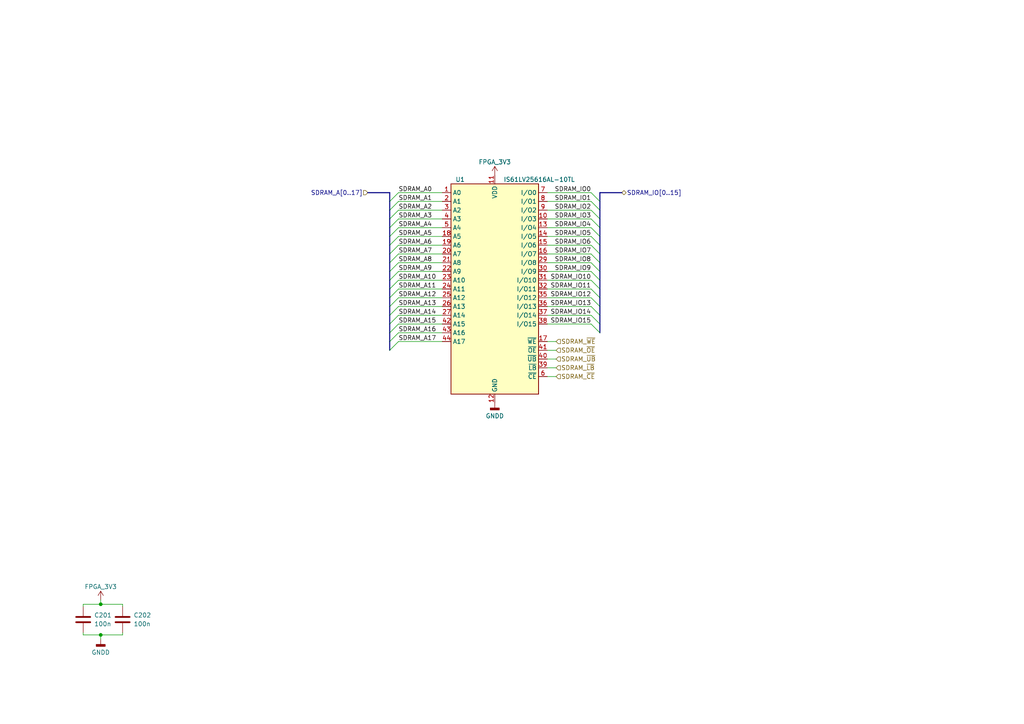
<source format=kicad_sch>
(kicad_sch (version 20230121) (generator eeschema)
  (paper "A4")
  (lib_symbols
    (symbol "Device:C" (pin_numbers hide) (pin_names (offset 0.254))
      (property "Reference" "C" (at 0.635 2.54 0))
      (property "Value" "C" (at 0.635 -2.54 0))
      (symbol "C_0_1"
        (polyline (pts (xy -2.032 -0.762) (xy 2.032 -0.762)) (stroke (width 0.508)))
        (polyline (pts (xy -2.032 0.762) (xy 2.032 0.762)) (stroke (width 0.508)))
      )
      (symbol "C_1_1"
        (pin passive line (at 0 3.81 270) (length 2.794) (name "~") (number "1"))
        (pin passive line (at 0 -3.81 90) (length 2.794) (name "~") (number "2"))
      )
    )
    (symbol "ETH1CFGEN1:FGPA_3V3" (power) (pin_names (offset 0))
      (property "Value" "FPGA_3V3" (at 0 3.556 0))
      (symbol "FGPA_3V3_0_1"
        (polyline (pts (xy -0.762 1.27) (xy 0 2.54)))
        (polyline (pts (xy 0 0) (xy 0 2.54)))
        (polyline (pts (xy 0 2.54) (xy 0.762 1.27)))
      )
      (symbol "FGPA_3V3_1_1"
        (pin power_in line (at 0 0 90) (length 0) hide (name "FPGA_3V3") (number "1"))
      )
    )
    (symbol "ETH1CFGEN1:IS61LV25616AL-10TL"
      (property "Reference" "U" (at -10.16 31.75 0))
      (property "Value" "IS61LV25616AL-10TL" (at 12.7 31.75 0))
      (symbol "IS61LV25616AL-10TL_0_1"
        (rectangle (start -12.7 30.48) (end 12.7 -30.48) (stroke (width 0.254)) (fill (type background)))
      )
      (symbol "IS61LV25616AL-10TL_1_1"
        (pin input line (at -15.24 27.94 0) (length 2.54) (name "A0") (number "1"))
        (pin bidirectional line (at 15.24 20.32 180) (length 2.54) (name "I/O3") (number "10"))
        (pin power_in line (at 0 33.02 270) (length 2.54) (name "VDD") (number "11"))
        (pin power_in line (at 0 -33.02 90) (length 2.54) (name "GND") (number "12"))
        (pin bidirectional line (at 15.24 17.78 180) (length 2.54) (name "I/O4") (number "13"))
        (pin bidirectional line (at 15.24 15.24 180) (length 2.54) (name "I/O5") (number "14"))
        (pin bidirectional line (at 15.24 12.7 180) (length 2.54) (name "I/O6") (number "15"))
        (pin bidirectional line (at 15.24 10.16 180) (length 2.54) (name "I/O7") (number "16"))
        (pin input line (at 15.24 -15.24 180) (length 2.54) (name "~{WE}") (number "17"))
        (pin input line (at -15.24 15.24 0) (length 2.54) (name "A5") (number "18"))
        (pin input line (at -15.24 12.7 0) (length 2.54) (name "A6") (number "19"))
        (pin input line (at -15.24 25.4 0) (length 2.54) (name "A1") (number "2"))
        (pin input line (at -15.24 10.16 0) (length 2.54) (name "A7") (number "20"))
        (pin input line (at -15.24 7.62 0) (length 2.54) (name "A8") (number "21"))
        (pin input line (at -15.24 5.08 0) (length 2.54) (name "A9") (number "22"))
        (pin input line (at -15.24 2.54 0) (length 2.54) (name "A10") (number "23"))
        (pin input line (at -15.24 0 0) (length 2.54) (name "A11") (number "24"))
        (pin input line (at -15.24 -2.54 0) (length 2.54) (name "A12") (number "25"))
        (pin input line (at -15.24 -5.08 0) (length 2.54) (name "A13") (number "26"))
        (pin input line (at -15.24 -7.62 0) (length 2.54) (name "A14") (number "27"))
        (pin no_connect line (at -12.7 -25.4 0) (length 2.54) hide (name "NC") (number "28"))
        (pin bidirectional line (at 15.24 7.62 180) (length 2.54) (name "I/O8") (number "29"))
        (pin input line (at -15.24 22.86 0) (length 2.54) (name "A2") (number "3"))
        (pin bidirectional line (at 15.24 5.08 180) (length 2.54) (name "I/O9") (number "30"))
        (pin bidirectional line (at 15.24 2.54 180) (length 2.54) (name "I/O10") (number "31"))
        (pin bidirectional line (at 15.24 0 180) (length 2.54) (name "I/O11") (number "32"))
        (pin passive line (at 0 33.02 270) (length 2.54) hide (name "VDD") (number "33"))
        (pin passive line (at 0 -33.02 90) (length 2.54) hide (name "GND") (number "34"))
        (pin bidirectional line (at 15.24 -2.54 180) (length 2.54) (name "I/O12") (number "35"))
        (pin bidirectional line (at 15.24 -5.08 180) (length 2.54) (name "I/O13") (number "36"))
        (pin bidirectional line (at 15.24 -7.62 180) (length 2.54) (name "I/O14") (number "37"))
        (pin bidirectional line (at 15.24 -10.16 180) (length 2.54) (name "I/O15") (number "38"))
        (pin input line (at 15.24 -22.86 180) (length 2.54) (name "~{LB}") (number "39"))
        (pin input line (at -15.24 20.32 0) (length 2.54) (name "A3") (number "4"))
        (pin input line (at 15.24 -20.32 180) (length 2.54) (name "~{UB}") (number "40"))
        (pin input line (at 15.24 -17.78 180) (length 2.54) (name "~{OE}") (number "41"))
        (pin input line (at -15.24 -10.16 0) (length 2.54) (name "A15") (number "42"))
        (pin input line (at -15.24 -12.7 0) (length 2.54) (name "A16") (number "43"))
        (pin input line (at -15.24 -15.24 0) (length 2.54) (name "A17") (number "44"))
        (pin input line (at -15.24 17.78 0) (length 2.54) (name "A4") (number "5"))
        (pin input line (at 15.24 -25.4 180) (length 2.54) (name "~{CE}") (number "6"))
        (pin bidirectional line (at 15.24 27.94 180) (length 2.54) (name "I/O0") (number "7"))
        (pin bidirectional line (at 15.24 25.4 180) (length 2.54) (name "I/O1") (number "8"))
        (pin bidirectional line (at 15.24 22.86 180) (length 2.54) (name "I/O2") (number "9"))
      )
    )
    (symbol "power:GNDD" (power) (pin_names (offset 0))
      (property "Value" "GNDD" (at 0 -3.175 0))
      (symbol "GNDD_0_1"
        (rectangle (start -1.27 -1.524) (end 1.27 -2.032) (stroke (width 0.254)) (fill (type outline)))
        (polyline (pts (xy 0 0) (xy 0 -1.524)))
      )
      (symbol "GNDD_1_1"
        (pin power_in line (at 0 0 270) (length 0) hide (name "GNDD") (number "1"))
      )
    )
  )
  (junction (at 29.21 184.15))
  (junction (at 29.21 175.26))
  (bus_entry (at 173.99 83.82) (size -2.54 -2.54))
  (bus_entry (at 113.03 78.74) (size 2.54 -2.54))
  (bus_entry (at 113.03 73.66) (size 2.54 -2.54))
  (bus_entry (at 173.99 88.9) (size -2.54 -2.54))
  (bus_entry (at 113.03 66.04) (size 2.54 -2.54))
  (bus_entry (at 113.03 63.5) (size 2.54 -2.54))
  (bus_entry (at 173.99 86.36) (size -2.54 -2.54))
  (bus_entry (at 173.99 91.44) (size -2.54 -2.54))
  (bus_entry (at 171.45 93.98) (size 2.54 2.54))
  (bus_entry (at 173.99 68.58) (size -2.54 -2.54))
  (bus_entry (at 173.99 71.12) (size -2.54 -2.54))
  (bus_entry (at 173.99 58.42) (size -2.54 -2.54))
  (bus_entry (at 173.99 60.96) (size -2.54 -2.54))
  (bus_entry (at 113.03 58.42) (size 2.54 -2.54))
  (bus_entry (at 173.99 73.66) (size -2.54 -2.54))
  (bus_entry (at 173.99 93.98) (size -2.54 -2.54))
  (bus_entry (at 113.03 99.06) (size 2.54 -2.54))
  (bus_entry (at 173.99 81.28) (size -2.54 -2.54))
  (bus_entry (at 173.99 78.74) (size -2.54 -2.54))
  (bus_entry (at 113.03 83.82) (size 2.54 -2.54))
  (bus_entry (at 173.99 66.04) (size -2.54 -2.54))
  (bus_entry (at 173.99 76.2) (size -2.54 -2.54))
  (bus_entry (at 113.03 86.36) (size 2.54 -2.54))
  (bus_entry (at 113.03 96.52) (size 2.54 -2.54))
  (bus_entry (at 113.03 68.58) (size 2.54 -2.54))
  (bus_entry (at 113.03 101.6) (size 2.54 -2.54))
  (bus_entry (at 113.03 81.28) (size 2.54 -2.54))
  (bus_entry (at 113.03 71.12) (size 2.54 -2.54))
  (bus_entry (at 113.03 76.2) (size 2.54 -2.54))
  (bus_entry (at 113.03 91.44) (size 2.54 -2.54))
  (bus_entry (at 113.03 88.9) (size 2.54 -2.54))
  (bus_entry (at 113.03 60.96) (size 2.54 -2.54))
  (bus_entry (at 173.99 63.5) (size -2.54 -2.54))
  (bus_entry (at 113.03 93.98) (size 2.54 -2.54))
  (wire (pts (xy 115.57 58.42) (xy 128.27 58.42)))
  (bus (pts (xy 113.03 88.9) (xy 113.03 91.44)))
  (wire (pts (xy 171.45 91.44) (xy 158.75 91.44)))
  (wire (pts (xy 158.75 101.6) (xy 161.29 101.6)))
  (wire (pts (xy 115.57 88.9) (xy 128.27 88.9)))
  (wire (pts (xy 115.57 86.36) (xy 128.27 86.36)))
  (wire (pts (xy 115.57 55.88) (xy 128.27 55.88)))
  (bus (pts (xy 173.99 66.04) (xy 173.99 63.5)))
  (wire (pts (xy 24.13 175.895) (xy 24.13 175.26)))
  (wire (pts (xy 171.45 78.74) (xy 158.75 78.74)))
  (wire (pts (xy 171.45 93.98) (xy 158.75 93.98)))
  (wire (pts (xy 115.57 99.06) (xy 128.27 99.06)))
  (bus (pts (xy 113.03 76.2) (xy 113.03 73.66)))
  (bus (pts (xy 113.03 63.5) (xy 113.03 60.96)))
  (bus (pts (xy 113.03 83.82) (xy 113.03 81.28)))
  (bus (pts (xy 113.03 71.12) (xy 113.03 68.58)))
  (bus (pts (xy 173.99 68.58) (xy 173.99 66.04)))
  (bus (pts (xy 173.99 86.36) (xy 173.99 83.82)))
  (bus (pts (xy 113.03 99.06) (xy 113.03 101.6)))
  (wire (pts (xy 171.45 71.12) (xy 158.75 71.12)))
  (wire (pts (xy 115.57 96.52) (xy 128.27 96.52)))
  (wire (pts (xy 158.75 104.14) (xy 161.29 104.14)))
  (bus (pts (xy 173.99 73.66) (xy 173.99 71.12)))
  (bus (pts (xy 173.99 58.42) (xy 173.99 55.88)))
  (wire (pts (xy 158.75 109.22) (xy 161.29 109.22)))
  (bus (pts (xy 113.03 73.66) (xy 113.03 71.12)))
  (bus (pts (xy 113.03 68.58) (xy 113.03 66.04)))
  (wire (pts (xy 171.45 68.58) (xy 158.75 68.58)))
  (wire (pts (xy 115.57 66.04) (xy 128.27 66.04)))
  (wire (pts (xy 35.56 175.895) (xy 35.56 175.26)))
  (wire (pts (xy 115.57 73.66) (xy 128.27 73.66)))
  (bus (pts (xy 113.03 60.96) (xy 113.03 58.42)))
  (wire (pts (xy 29.21 184.15) (xy 29.21 185.42)))
  (wire (pts (xy 115.57 81.28) (xy 128.27 81.28)))
  (wire (pts (xy 24.13 183.515) (xy 24.13 184.15)))
  (wire (pts (xy 115.57 83.82) (xy 128.27 83.82)))
  (bus (pts (xy 113.03 93.98) (xy 113.03 96.52)))
  (wire (pts (xy 115.57 76.2) (xy 128.27 76.2)))
  (wire (pts (xy 115.57 78.74) (xy 128.27 78.74)))
  (bus (pts (xy 113.03 91.44) (xy 113.03 93.98)))
  (bus (pts (xy 113.03 78.74) (xy 113.03 76.2)))
  (wire (pts (xy 171.45 76.2) (xy 158.75 76.2)))
  (bus (pts (xy 106.68 55.88) (xy 113.03 55.88)))
  (bus (pts (xy 173.99 93.98) (xy 173.99 96.52)))
  (bus (pts (xy 180.34 55.88) (xy 173.99 55.88)))
  (bus (pts (xy 173.99 83.82) (xy 173.99 81.28)))
  (wire (pts (xy 171.45 60.96) (xy 158.75 60.96)))
  (wire (pts (xy 115.57 68.58) (xy 128.27 68.58)))
  (bus (pts (xy 173.99 78.74) (xy 173.99 76.2)))
  (wire (pts (xy 171.45 63.5) (xy 158.75 63.5)))
  (wire (pts (xy 29.21 175.26) (xy 35.56 175.26)))
  (wire (pts (xy 29.21 184.15) (xy 35.56 184.15)))
  (bus (pts (xy 173.99 91.44) (xy 173.99 93.98)))
  (wire (pts (xy 115.57 91.44) (xy 128.27 91.44)))
  (wire (pts (xy 171.45 88.9) (xy 158.75 88.9)))
  (wire (pts (xy 115.57 63.5) (xy 128.27 63.5)))
  (bus (pts (xy 173.99 60.96) (xy 173.99 58.42)))
  (wire (pts (xy 115.57 93.98) (xy 128.27 93.98)))
  (wire (pts (xy 29.21 173.99) (xy 29.21 175.26)))
  (wire (pts (xy 24.13 184.15) (xy 29.21 184.15)))
  (bus (pts (xy 173.99 76.2) (xy 173.99 73.66)))
  (bus (pts (xy 173.99 81.28) (xy 173.99 78.74)))
  (wire (pts (xy 24.13 175.26) (xy 29.21 175.26)))
  (wire (pts (xy 171.45 66.04) (xy 158.75 66.04)))
  (bus (pts (xy 113.03 58.42) (xy 113.03 55.88)))
  (wire (pts (xy 171.45 73.66) (xy 158.75 73.66)))
  (bus (pts (xy 173.99 88.9) (xy 173.99 86.36)))
  (wire (pts (xy 158.75 99.06) (xy 161.29 99.06)))
  (wire (pts (xy 171.45 81.28) (xy 158.75 81.28)))
  (bus (pts (xy 173.99 88.9) (xy 173.99 91.44)))
  (wire (pts (xy 171.45 83.82) (xy 158.75 83.82)))
  (bus (pts (xy 113.03 96.52) (xy 113.03 99.06)))
  (wire (pts (xy 115.57 60.96) (xy 128.27 60.96)))
  (bus (pts (xy 113.03 81.28) (xy 113.03 78.74)))
  (wire (pts (xy 35.56 183.515) (xy 35.56 184.15)))
  (wire (pts (xy 171.45 86.36) (xy 158.75 86.36)))
  (bus (pts (xy 113.03 86.36) (xy 113.03 83.82)))
  (wire (pts (xy 115.57 71.12) (xy 128.27 71.12)))
  (wire (pts (xy 171.45 55.88) (xy 158.75 55.88)))
  (bus (pts (xy 113.03 88.9) (xy 113.03 86.36)))
  (wire (pts (xy 171.45 58.42) (xy 158.75 58.42)))
  (bus (pts (xy 173.99 63.5) (xy 173.99 60.96)))
  (bus (pts (xy 113.03 66.04) (xy 113.03 63.5)))
  (bus (pts (xy 173.99 71.12) (xy 173.99 68.58)))
  (wire (pts (xy 158.75 106.68) (xy 161.29 106.68)))
  (label "SDRAM_A8" (at 115.57 76.2 0))
  (label "SDRAM_A1" (at 115.57 58.42 0))
  (label "SDRAM_IO1" (at 171.45 58.42 180))
  (label "SDRAM_IO14" (at 171.45 91.44 180))
  (label "SDRAM_A9" (at 115.57 78.74 0))
  (label "SDRAM_IO9" (at 171.45 78.74 180))
  (label "SDRAM_A7" (at 115.57 73.66 0))
  (label "SDRAM_A12" (at 115.57 86.36 0))
  (label "SDRAM_A4" (at 115.57 66.04 0))
  (label "SDRAM_IO6" (at 171.45 71.12 180))
  (label "SDRAM_A14" (at 115.57 91.44 0))
  (label "SDRAM_IO5" (at 171.45 68.58 180))
  (label "SDRAM_A13" (at 115.57 88.9 0))
  (label "SDRAM_A11" (at 115.57 83.82 0))
  (label "SDRAM_A5" (at 115.57 68.58 0))
  (label "SDRAM_A0" (at 115.57 55.88 0))
  (label "SDRAM_A16" (at 115.57 96.52 0))
  (label "SDRAM_A6" (at 115.57 71.12 0))
  (label "SDRAM_IO7" (at 171.45 73.66 180))
  (label "SDRAM_IO10" (at 171.45 81.28 180))
  (label "SDRAM_IO15" (at 171.45 93.98 180))
  (label "SDRAM_IO8" (at 171.45 76.2 180))
  (label "SDRAM_IO11" (at 171.45 83.82 180))
  (label "SDRAM_IO2" (at 171.45 60.96 180))
  (label "SDRAM_A10" (at 115.57 81.28 0))
  (label "SDRAM_IO3" (at 171.45 63.5 180))
  (label "SDRAM_A2" (at 115.57 60.96 0))
  (label "SDRAM_IO12" (at 171.45 86.36 180))
  (label "SDRAM_IO4" (at 171.45 66.04 180))
  (label "SDRAM_A15" (at 115.57 93.98 0))
  (label "SDRAM_IO0" (at 171.45 55.88 180))
  (label "SDRAM_IO13" (at 171.45 88.9 180))
  (label "SDRAM_A3" (at 115.57 63.5 0))
  (label "SDRAM_A17" (at 115.57 99.06 0))
  (hierarchical_label "SDRAM_~{WE}" (shape input) (at 161.29 99.06 0))
  (hierarchical_label "SDRAM_IO[0..15]" (shape bidirectional) (at 180.34 55.88 0))
  (hierarchical_label "SDRAM_~{CE}" (shape input) (at 161.29 109.22 0))
  (hierarchical_label "SDRAM_~{UB}" (shape input) (at 161.29 104.14 0))
  (hierarchical_label "SDRAM_A[0..17]" (shape input) (at 106.68 55.88 180))
  (hierarchical_label "SDRAM_~{OE}" (shape input) (at 161.29 101.6 0))
  (hierarchical_label "SDRAM_~{LB}" (shape input) (at 161.29 106.68 0))
  (symbol (lib_id "Device:C") (at 35.56 179.705 0) (unit 1)
    (property "Reference" "C202" (at 38.735 178.435 0) (effects (justify left)))
    (property "Value" "100n" (at 38.735 180.975 0) (effects (justify left)))
    (property "Footprint" "Capacitor_SMD:C_0603_1608Metric_Pad1.08x0.95mm_HandSolder" (effects hide))
    (instances (project "ETH1CFGEN1B" (path "" (reference "C202") (unit 1))) (project "ETH1CFGEN1" (path "" (reference "C702") (unit 1)) (path "" (reference "C2") (unit 1))))
  )
  (symbol (lib_id "power:GNDD") (at 29.21 185.42 0) (unit 1)
    (property "Reference" "#PWR0207" (effects hide))
    (property "Value" "GNDD" (at 29.21 189.23 0))
    (instances (project "ETH1CFGEN1B" (path "" (reference "#PWR0207") (unit 1))) (project "ETH1CFGEN1" (path "" (reference "#PWR0707") (unit 1)) (path "" (reference "#PWR02") (unit 1))))
  )
  (symbol (lib_id "ETH1CFGEN1:IS61LV25616AL-10TL") (at 143.51 83.82 0) (unit 1)
    (property "Reference" "U1" (at 132.08 52.07 0) (effects (justify left)))
    (property "Value" "IS61LV25616AL-10TL" (at 146.05 52.07 0) (effects (justify left)))
    (property "Footprint" "Package_SO:TSOP-II-44_10.16x18.41mm_P0.8mm" (effects hide))
  )
  (symbol (lib_id "ETH1CFGEN1:FGPA_3V3") (at 29.21 173.99 0) (unit 1)
    (property "Reference" "#PWR0206" (effects hide))
    (property "Value" "FPGA_3V3" (at 29.21 170.18 0))
    (instances (project "ETH1CFGEN1B" (path "" (reference "#PWR0206") (unit 1))) (project "ETH1CFGEN1" (path "" (reference "#PWR0706") (unit 1)) (path "" (reference "#PWR01") (unit 1))))
  )
  (symbol (lib_id "ETH1CFGEN1:FGPA_3V3") (at 143.51 50.8 0) (unit 1)
    (property "Reference" "#PWR0206" (effects hide))
    (property "Value" "FPGA_3V3" (at 143.51 46.99 0))
    (instances (project "ETH1CFGEN1B" (path "" (reference "#PWR0206") (unit 1))) (project "ETH1CFGEN1" (path "" (reference "#PWR0706") (unit 1)) (path "" (reference "#PWR04") (unit 1))))
  )
  (symbol (lib_id "power:GNDD") (at 143.51 116.84 0) (unit 1)
    (property "Reference" "#PWR0207" (effects hide))
    (property "Value" "GNDD" (at 143.51 120.65 0))
    (instances (project "ETH1CFGEN1B" (path "" (reference "#PWR0207") (unit 1))) (project "ETH1CFGEN1" (path "" (reference "#PWR0707") (unit 1)) (path "" (reference "#PWR03") (unit 1))))
  )
  (symbol (lib_id "Device:C") (at 24.13 179.705 0) (unit 1)
    (property "Reference" "C201" (at 27.305 178.435 0) (effects (justify left)))
    (property "Value" "100n" (at 27.305 180.975 0) (effects (justify left)))
    (property "Footprint" "Capacitor_SMD:C_0603_1608Metric_Pad1.08x0.95mm_HandSolder" (effects hide))
    (instances (project "ETH1CFGEN1B" (path "" (reference "C201") (unit 1))) (project "ETH1CFGEN1" (path "" (reference "C701") (unit 1)) (path "" (reference "C1") (unit 1))))
  )
)
</source>
